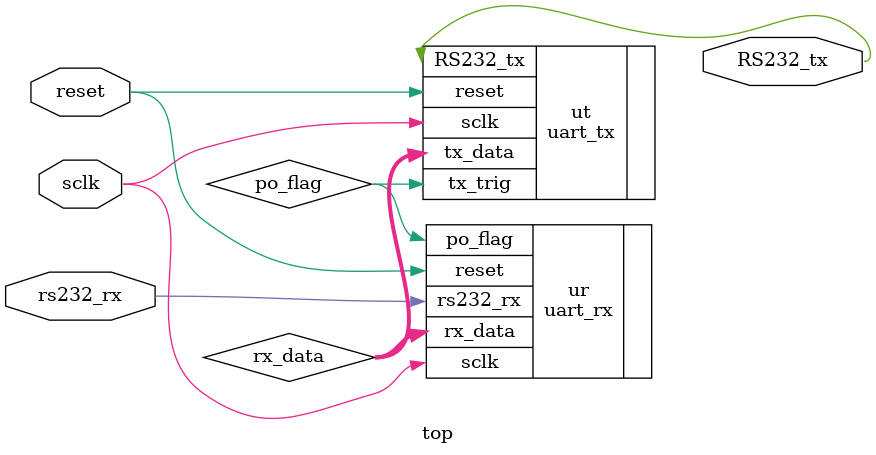
<source format=v>
`timescale 1ns / 1ps


module top(
        sclk,
        reset,
        RS232_tx,
        rs232_rx
    );
    input sclk;
    input reset;
    wire tx_trig;
    output RS232_tx;
    
    input rs232_rx;
    wire [7:0]rx_data;
    wire po_flag;
    
    uart_tx ut(
    .sclk(sclk),
    .reset(reset),
    
    .tx_data(rx_data),
    .tx_trig(po_flag),
    
    .RS232_tx(RS232_tx)
    );
    
    uart_rx ur(
    .sclk(sclk),
    .reset(reset),
    
    .rs232_rx(rs232_rx),
    
    .rx_data(rx_data),
    .po_flag(po_flag)
    );
endmodule

</source>
